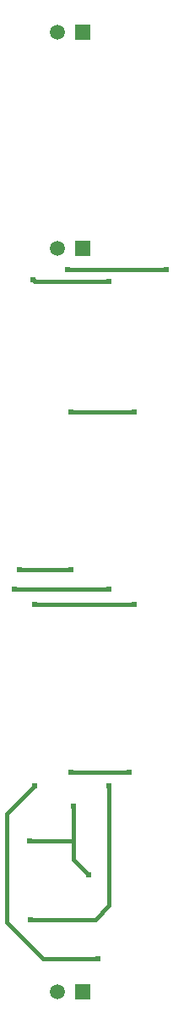
<source format=gbl>
G04*
G04 #@! TF.GenerationSoftware,Altium Limited,Altium Designer,22.10.1 (41)*
G04*
G04 Layer_Physical_Order=2*
G04 Layer_Color=16711680*
%FSLAX25Y25*%
%MOIN*%
G70*
G04*
G04 #@! TF.SameCoordinates,D5E8C374-DC9F-4CCB-AA59-07C5174D7588*
G04*
G04*
G04 #@! TF.FilePolarity,Positive*
G04*
G01*
G75*
%ADD30C,0.01800*%
%ADD31R,0.05906X0.05906*%
%ADD32C,0.05906*%
%ADD33C,0.02400*%
D30*
X209000Y45000D02*
X223500Y30500D01*
X245000D01*
X234500Y104000D02*
X257500D01*
X209000Y87500D02*
X220000Y98500D01*
X214000Y183500D02*
X234500D01*
Y245500D02*
X259500D01*
X235500Y77500D02*
Y90500D01*
Y69500D02*
Y77500D01*
X235000Y77000D02*
X235500Y77500D01*
X218000Y77000D02*
X235000D01*
X235500Y69500D02*
X241500Y63500D01*
X233000Y301500D02*
X272091D01*
X212000Y176000D02*
X249500D01*
X220000Y170000D02*
X259500D01*
X209000Y45000D02*
Y87500D01*
X249500Y51500D02*
Y98500D01*
X218500Y46000D02*
X244000D01*
X249500Y51500D01*
X219500Y297500D02*
X219662D01*
X220162Y297000D02*
X249500D01*
X219662Y297500D02*
X220162Y297000D01*
D31*
X239000Y395000D02*
D03*
Y310000D02*
D03*
X239000Y17500D02*
D03*
D32*
X229000Y395000D02*
D03*
Y310000D02*
D03*
X229000Y17500D02*
D03*
D33*
X245000Y30500D02*
D03*
X234500Y104000D02*
D03*
X257500D02*
D03*
X220000Y98500D02*
D03*
X234500Y183500D02*
D03*
X214000D02*
D03*
X234500Y245500D02*
D03*
X259500D02*
D03*
X235500Y90500D02*
D03*
X272091Y301500D02*
D03*
X233000D02*
D03*
X249500Y176000D02*
D03*
X212000D02*
D03*
X220000Y170000D02*
D03*
X259500D02*
D03*
X218000Y77000D02*
D03*
X241500Y63500D02*
D03*
X249500Y98500D02*
D03*
X219500Y297500D02*
D03*
X249500Y297000D02*
D03*
X218500Y46000D02*
D03*
M02*

</source>
